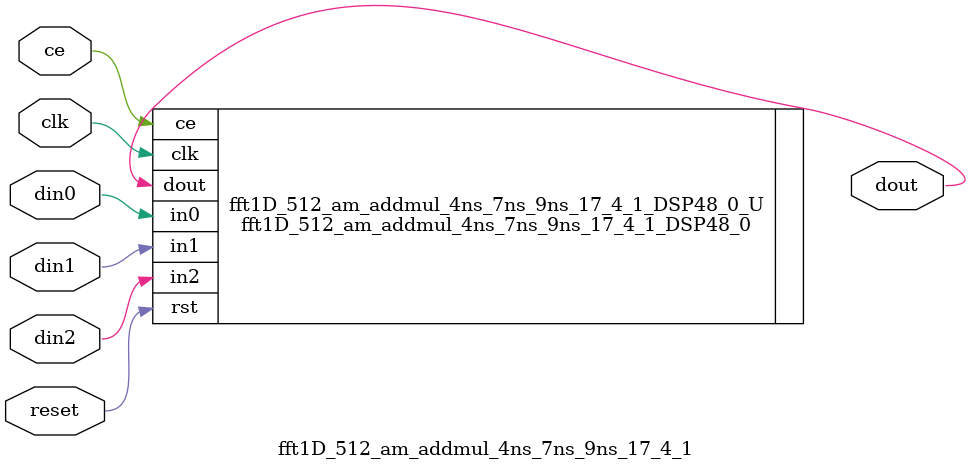
<source format=v>
module fft1D_512_am_addmul_4ns_7ns_9ns_17_4_1(clk,reset,ce,din0,din1,din2,dout); 
parameter ID = 32'd1;
parameter NUM_STAGE = 32'd1;
parameter din0_WIDTH = 32'd1;
parameter din1_WIDTH = 32'd1;
parameter din2_WIDTH = 32'd1;
parameter dout_WIDTH = 32'd1;
input clk;
input reset;
input ce;
input[din0_WIDTH - 1:0] din0;
input[din1_WIDTH - 1:0] din1;
input[din2_WIDTH - 1:0] din2;
output[dout_WIDTH - 1:0] dout;
fft1D_512_am_addmul_4ns_7ns_9ns_17_4_1_DSP48_0 fft1D_512_am_addmul_4ns_7ns_9ns_17_4_1_DSP48_0_U(.clk( clk ),.rst( reset ),.ce( ce ),.in0( din0 ),.in1( din1 ),.in2( din2 ),.dout( dout ));
endmodule
</source>
